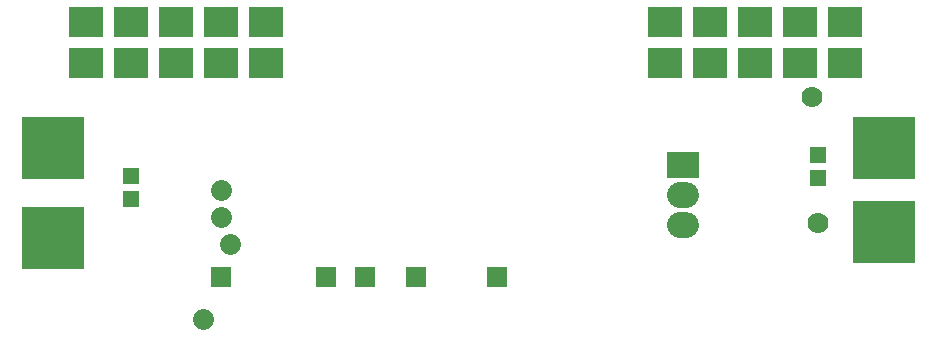
<source format=gbs>
G04 ---------------------------- Layer name :BOTTOM SOLDER LAYER*
G04 EasyEDA v5.6.10, Sat, 14 Jul 2018 09:59:27 GMT*
G04 2f10b13e7a714cddaf66bfbe285f99f1*
G04 Gerber Generator version 0.2*
G04 Scale: 100 percent, Rotated: No, Reflected: No *
G04 Dimensions in millimeters *
G04 leading zeros omitted , absolute positions ,3 integer and 3 decimal *
%FSLAX33Y33*%
%MOMM*%
G90*
G71D02*

%ADD36R,2.903220X2.503195*%
%ADD43C,2.203196*%
%ADD44C,1.778203*%
%ADD45C,1.778254*%
%ADD46R,2.703195X2.203196*%
%ADD47R,1.778000X1.778000*%
%ADD48R,1.778000X1.778254*%
%ADD49R,1.409700X1.409700*%
%ADD50R,2.203196X2.203196*%

%LPD*%
G54D43*
G01X57145Y11557D02*
G01X56646Y11557D01*
G01X57145Y14097D02*
G01X56646Y14097D01*
G54D44*
G01X17780Y14478D02*
G01X17779Y14478D01*
G54D45*
G01X17780Y12192D02*
G01X17780Y12192D01*
G01X18542Y9906D02*
G01X18542Y9906D01*
G01X16256Y3556D02*
G01X16256Y3556D01*
G54D46*
G01X56896Y16637D03*
G54D47*
G01X26670Y7112D03*
G01X29972Y7112D03*
G01X34290Y7112D03*
G54D48*
G01X41148Y7112D03*
G54D47*
G01X17780Y7112D03*
G54D36*
G01X6351Y28702D03*
G01X6351Y25247D03*
G01X10161Y28702D03*
G01X10161Y25247D03*
G01X13971Y28702D03*
G01X13971Y25247D03*
G01X17781Y28702D03*
G01X17781Y25247D03*
G01X21591Y28702D03*
G01X21591Y25247D03*
G01X55373Y28702D03*
G01X55373Y25247D03*
G01X59183Y28702D03*
G01X59183Y25247D03*
G01X62993Y28702D03*
G01X62993Y25247D03*
G01X66803Y28702D03*
G01X66803Y25247D03*
G01X70613Y28702D03*
G01X70613Y25247D03*
G54D49*
G01X68324Y15495D03*
G01X68324Y17476D03*
G01X10158Y13717D03*
G01X10158Y15698D03*
G54D45*
G01X67818Y22352D03*
G01X68326Y11684D03*
G54D50*
G01X3556Y18034D03*
G01X5080Y18034D03*
G01X2032Y18034D03*
G01X3556Y16510D03*
G01X5080Y16510D03*
G01X2032Y16510D03*
G01X3556Y19558D03*
G01X5080Y19558D03*
G01X2032Y19558D03*
G01X3556Y10414D03*
G01X5080Y10414D03*
G01X2032Y10414D03*
G01X3556Y8890D03*
G01X5080Y8890D03*
G01X2032Y8890D03*
G01X3556Y11938D03*
G01X5080Y11938D03*
G01X2032Y11938D03*
G01X73914Y10922D03*
G01X75438Y10922D03*
G01X72390Y10922D03*
G01X73914Y9398D03*
G01X75438Y9398D03*
G01X72390Y9398D03*
G01X73914Y12446D03*
G01X75438Y12446D03*
G01X72390Y12446D03*
G01X73914Y18034D03*
G01X75438Y18034D03*
G01X72390Y18034D03*
G01X73914Y16510D03*
G01X75438Y16510D03*
G01X72390Y16510D03*
G01X73914Y19558D03*
G01X75438Y19558D03*
G01X72390Y19558D03*
M00*
M02*

</source>
